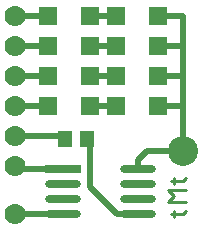
<source format=gtl>
%FSLAX24Y24*%
%MOIN*%
G70*
G01*
G75*
%ADD10C,0.0700*%
%ADD11R,0.0600X0.0640*%
%ADD12C,0.1000*%
%ADD13R,0.0512X0.0551*%
%ADD14O,0.1200X0.0250*%
%ADD15R,0.1200X0.0250*%
%ADD16C,0.0200*%
%ADD17C,0.0100*%
D10*
X101600Y80200D02*
D03*
Y84200D02*
D03*
Y83200D02*
D03*
Y82200D02*
D03*
Y81200D02*
D03*
Y79200D02*
D03*
Y77600D02*
D03*
D11*
X102700Y84200D02*
D03*
X104100D02*
D03*
X104950D02*
D03*
X106350D02*
D03*
X102700Y83200D02*
D03*
X104100D02*
D03*
X104950D02*
D03*
X106350D02*
D03*
X102700Y82200D02*
D03*
X104100D02*
D03*
X104950D02*
D03*
X106350D02*
D03*
X102700Y81200D02*
D03*
X104100D02*
D03*
X104950D02*
D03*
X106350D02*
D03*
D12*
X107200Y79700D02*
D03*
D13*
X104000Y80100D02*
D03*
X103252D02*
D03*
D14*
X105700Y77600D02*
D03*
Y78100D02*
D03*
Y78600D02*
D03*
Y79100D02*
D03*
X103200Y77600D02*
D03*
Y78100D02*
D03*
Y78600D02*
D03*
D15*
Y79100D02*
D03*
D16*
X104100Y82200D02*
X104950D01*
X104100Y84200D02*
X104950D01*
X104100Y83200D02*
X104950D01*
X104100Y81200D02*
X104950D01*
X106350Y84200D02*
X107200D01*
X106350Y83200D02*
X107200D01*
X106350Y82200D02*
X107200D01*
X106350Y81200D02*
X107200D01*
Y84200D01*
X101700D02*
X102700D01*
X101700Y83200D02*
X102700D01*
X101700Y82200D02*
X102700D01*
X101700Y81200D02*
X102700D01*
X107200Y79700D02*
Y81200D01*
X101600Y80200D02*
X103152D01*
X105000Y77600D02*
X105700D01*
X104100Y78500D02*
X105000Y77600D01*
X104100Y78500D02*
Y80100D01*
X101600Y77600D02*
X103200D01*
X105700Y79100D02*
Y79400D01*
X106000Y79700D01*
X107200D01*
X101700Y79100D02*
X103200D01*
X101600Y79200D02*
X101700Y79100D01*
D17*
X106800Y77600D02*
X106900D01*
Y77500D01*
Y77700D01*
Y77600D01*
X107200D01*
X107300Y77700D01*
Y78000D02*
X106700D01*
X106900Y78200D01*
X106700Y78400D01*
X107300D01*
X106800Y78700D02*
X106900D01*
Y78600D01*
Y78800D01*
Y78700D01*
X107200D01*
X107300Y78800D01*
M02*

</source>
